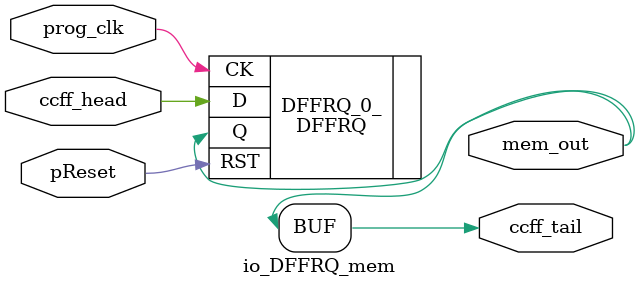
<source format=v>
`timescale 1ns / 1ps

`default_nettype wire

// ----- Verilog module for mux_tree_tapbuf_size12_mem -----
module mux_tree_tapbuf_size12_mem(pReset,
                                  prog_clk,
                                  ccff_head,
                                  ccff_tail,
                                  mem_out);
//----- GLOBAL PORTS -----
input [0:0] pReset;
//----- GLOBAL PORTS -----
input [0:0] prog_clk;
//----- INPUT PORTS -----
input [0:0] ccff_head;
//----- OUTPUT PORTS -----
output [0:0] ccff_tail;
//----- OUTPUT PORTS -----
output [0:3] mem_out;

//----- BEGIN Registered ports -----
//----- END Registered ports -----



// ----- BEGIN Local short connections -----
// ----- END Local short connections -----
// ----- BEGIN Local output short connections -----
	assign ccff_tail[0] = mem_out[3];
// ----- END Local output short connections -----

	DFFRQ DFFRQ_0_ (
		.RST(pReset),
		.CK(prog_clk),
		.D(ccff_head),
		.Q(mem_out[0]));

	DFFRQ DFFRQ_1_ (
		.RST(pReset),
		.CK(prog_clk),
		.D(mem_out[0]),
		.Q(mem_out[1]));

	DFFRQ DFFRQ_2_ (
		.RST(pReset),
		.CK(prog_clk),
		.D(mem_out[1]),
		.Q(mem_out[2]));

	DFFRQ DFFRQ_3_ (
		.RST(pReset),
		.CK(prog_clk),
		.D(mem_out[2]),
		.Q(mem_out[3]));

endmodule
// ----- END Verilog module for mux_tree_tapbuf_size12_mem -----

//----- Default net type -----
`default_nettype none




//----- Default net type -----
`default_nettype wire

// ----- Verilog module for mux_tree_tapbuf_size10_mem -----
module mux_tree_tapbuf_size10_mem(pReset,
                                  prog_clk,
                                  ccff_head,
                                  ccff_tail,
                                  mem_out);
//----- GLOBAL PORTS -----
input [0:0] pReset;
//----- GLOBAL PORTS -----
input [0:0] prog_clk;
//----- INPUT PORTS -----
input [0:0] ccff_head;
//----- OUTPUT PORTS -----
output [0:0] ccff_tail;
//----- OUTPUT PORTS -----
output [0:3] mem_out;

//----- BEGIN Registered ports -----
//----- END Registered ports -----



// ----- BEGIN Local short connections -----
// ----- END Local short connections -----
// ----- BEGIN Local output short connections -----
	assign ccff_tail[0] = mem_out[3];
// ----- END Local output short connections -----

	DFFRQ DFFRQ_0_ (
		.RST(pReset),
		.CK(prog_clk),
		.D(ccff_head),
		.Q(mem_out[0]));

	DFFRQ DFFRQ_1_ (
		.RST(pReset),
		.CK(prog_clk),
		.D(mem_out[0]),
		.Q(mem_out[1]));

	DFFRQ DFFRQ_2_ (
		.RST(pReset),
		.CK(prog_clk),
		.D(mem_out[1]),
		.Q(mem_out[2]));

	DFFRQ DFFRQ_3_ (
		.RST(pReset),
		.CK(prog_clk),
		.D(mem_out[2]),
		.Q(mem_out[3]));

endmodule
// ----- END Verilog module for mux_tree_tapbuf_size10_mem -----

//----- Default net type -----
`default_nettype none




//----- Default net type -----
`default_nettype wire

// ----- Verilog module for mux_tree_tapbuf_size3_mem -----
module mux_tree_tapbuf_size3_mem(pReset,
                                 prog_clk,
                                 ccff_head,
                                 ccff_tail,
                                 mem_out);
//----- GLOBAL PORTS -----
input [0:0] pReset;
//----- GLOBAL PORTS -----
input [0:0] prog_clk;
//----- INPUT PORTS -----
input [0:0] ccff_head;
//----- OUTPUT PORTS -----
output [0:0] ccff_tail;
//----- OUTPUT PORTS -----
output [0:1] mem_out;

//----- BEGIN Registered ports -----
//----- END Registered ports -----



// ----- BEGIN Local short connections -----
// ----- END Local short connections -----
// ----- BEGIN Local output short connections -----
	assign ccff_tail[0] = mem_out[1];
// ----- END Local output short connections -----

	DFFRQ DFFRQ_0_ (
		.RST(pReset),
		.CK(prog_clk),
		.D(ccff_head),
		.Q(mem_out[0]));

	DFFRQ DFFRQ_1_ (
		.RST(pReset),
		.CK(prog_clk),
		.D(mem_out[0]),
		.Q(mem_out[1]));

endmodule
// ----- END Verilog module for mux_tree_tapbuf_size3_mem -----

//----- Default net type -----
`default_nettype none




//----- Default net type -----
`default_nettype wire

// ----- Verilog module for mux_tree_tapbuf_size7_mem -----
module mux_tree_tapbuf_size7_mem(pReset,
                                 prog_clk,
                                 ccff_head,
                                 ccff_tail,
                                 mem_out);
//----- GLOBAL PORTS -----
input [0:0] pReset;
//----- GLOBAL PORTS -----
input [0:0] prog_clk;
//----- INPUT PORTS -----
input [0:0] ccff_head;
//----- OUTPUT PORTS -----
output [0:0] ccff_tail;
//----- OUTPUT PORTS -----
output [0:2] mem_out;

//----- BEGIN Registered ports -----
//----- END Registered ports -----



// ----- BEGIN Local short connections -----
// ----- END Local short connections -----
// ----- BEGIN Local output short connections -----
	assign ccff_tail[0] = mem_out[2];
// ----- END Local output short connections -----

	DFFRQ DFFRQ_0_ (
		.RST(pReset),
		.CK(prog_clk),
		.D(ccff_head),
		.Q(mem_out[0]));

	DFFRQ DFFRQ_1_ (
		.RST(pReset),
		.CK(prog_clk),
		.D(mem_out[0]),
		.Q(mem_out[1]));

	DFFRQ DFFRQ_2_ (
		.RST(pReset),
		.CK(prog_clk),
		.D(mem_out[1]),
		.Q(mem_out[2]));

endmodule
// ----- END Verilog module for mux_tree_tapbuf_size7_mem -----

//----- Default net type -----
`default_nettype none




//----- Default net type -----
`default_nettype wire

// ----- Verilog module for mux_tree_tapbuf_size2_mem -----
module mux_tree_tapbuf_size2_mem(pReset,
                                 prog_clk,
                                 ccff_head,
                                 ccff_tail,
                                 mem_out);
//----- GLOBAL PORTS -----
input [0:0] pReset;
//----- GLOBAL PORTS -----
input [0:0] prog_clk;
//----- INPUT PORTS -----
input [0:0] ccff_head;
//----- OUTPUT PORTS -----
output [0:0] ccff_tail;
//----- OUTPUT PORTS -----
output [0:1] mem_out;

//----- BEGIN Registered ports -----
//----- END Registered ports -----



// ----- BEGIN Local short connections -----
// ----- END Local short connections -----
// ----- BEGIN Local output short connections -----
	assign ccff_tail[0] = mem_out[1];
// ----- END Local output short connections -----

	DFFRQ DFFRQ_0_ (
		.RST(pReset),
		.CK(prog_clk),
		.D(ccff_head),
		.Q(mem_out[0]));

	DFFRQ DFFRQ_1_ (
		.RST(pReset),
		.CK(prog_clk),
		.D(mem_out[0]),
		.Q(mem_out[1]));

endmodule
// ----- END Verilog module for mux_tree_tapbuf_size2_mem -----

//----- Default net type -----
`default_nettype none




//----- Default net type -----
`default_nettype wire

// ----- Verilog module for mux_tree_tapbuf_size5_mem -----
module mux_tree_tapbuf_size5_mem(pReset,
                                 prog_clk,
                                 ccff_head,
                                 ccff_tail,
                                 mem_out);
//----- GLOBAL PORTS -----
input [0:0] pReset;
//----- GLOBAL PORTS -----
input [0:0] prog_clk;
//----- INPUT PORTS -----
input [0:0] ccff_head;
//----- OUTPUT PORTS -----
output [0:0] ccff_tail;
//----- OUTPUT PORTS -----
output [0:2] mem_out;

//----- BEGIN Registered ports -----
//----- END Registered ports -----



// ----- BEGIN Local short connections -----
// ----- END Local short connections -----
// ----- BEGIN Local output short connections -----
	assign ccff_tail[0] = mem_out[2];
// ----- END Local output short connections -----

	DFFRQ DFFRQ_0_ (
		.RST(pReset),
		.CK(prog_clk),
		.D(ccff_head),
		.Q(mem_out[0]));

	DFFRQ DFFRQ_1_ (
		.RST(pReset),
		.CK(prog_clk),
		.D(mem_out[0]),
		.Q(mem_out[1]));

	DFFRQ DFFRQ_2_ (
		.RST(pReset),
		.CK(prog_clk),
		.D(mem_out[1]),
		.Q(mem_out[2]));

endmodule
// ----- END Verilog module for mux_tree_tapbuf_size5_mem -----

//----- Default net type -----
`default_nettype none




//----- Default net type -----
`default_nettype wire

// ----- Verilog module for mux_tree_tapbuf_size6_mem -----
module mux_tree_tapbuf_size6_mem(pReset,
                                 prog_clk,
                                 ccff_head,
                                 ccff_tail,
                                 mem_out);
//----- GLOBAL PORTS -----
input [0:0] pReset;
//----- GLOBAL PORTS -----
input [0:0] prog_clk;
//----- INPUT PORTS -----
input [0:0] ccff_head;
//----- OUTPUT PORTS -----
output [0:0] ccff_tail;
//----- OUTPUT PORTS -----
output [0:2] mem_out;

//----- BEGIN Registered ports -----
//----- END Registered ports -----



// ----- BEGIN Local short connections -----
// ----- END Local short connections -----
// ----- BEGIN Local output short connections -----
	assign ccff_tail[0] = mem_out[2];
// ----- END Local output short connections -----

	DFFRQ DFFRQ_0_ (
		.RST(pReset),
		.CK(prog_clk),
		.D(ccff_head),
		.Q(mem_out[0]));

	DFFRQ DFFRQ_1_ (
		.RST(pReset),
		.CK(prog_clk),
		.D(mem_out[0]),
		.Q(mem_out[1]));

	DFFRQ DFFRQ_2_ (
		.RST(pReset),
		.CK(prog_clk),
		.D(mem_out[1]),
		.Q(mem_out[2]));

endmodule
// ----- END Verilog module for mux_tree_tapbuf_size6_mem -----

//----- Default net type -----
`default_nettype none




//----- Default net type -----
`default_nettype wire

// ----- Verilog module for mux_tree_tapbuf_size4_mem -----
module mux_tree_tapbuf_size4_mem(pReset,
                                 prog_clk,
                                 ccff_head,
                                 ccff_tail,
                                 mem_out);
//----- GLOBAL PORTS -----
input [0:0] pReset;
//----- GLOBAL PORTS -----
input [0:0] prog_clk;
//----- INPUT PORTS -----
input [0:0] ccff_head;
//----- OUTPUT PORTS -----
output [0:0] ccff_tail;
//----- OUTPUT PORTS -----
output [0:2] mem_out;

//----- BEGIN Registered ports -----
//----- END Registered ports -----



// ----- BEGIN Local short connections -----
// ----- END Local short connections -----
// ----- BEGIN Local output short connections -----
	assign ccff_tail[0] = mem_out[2];
// ----- END Local output short connections -----

	DFFRQ DFFRQ_0_ (
		.RST(pReset),
		.CK(prog_clk),
		.D(ccff_head),
		.Q(mem_out[0]));

	DFFRQ DFFRQ_1_ (
		.RST(pReset),
		.CK(prog_clk),
		.D(mem_out[0]),
		.Q(mem_out[1]));

	DFFRQ DFFRQ_2_ (
		.RST(pReset),
		.CK(prog_clk),
		.D(mem_out[1]),
		.Q(mem_out[2]));

endmodule
// ----- END Verilog module for mux_tree_tapbuf_size4_mem -----

//----- Default net type -----
`default_nettype none




//----- Default net type -----
`default_nettype wire

// ----- Verilog module for mux_tree_tapbuf_size11_mem -----
module mux_tree_tapbuf_size11_mem(pReset,
                                  prog_clk,
                                  ccff_head,
                                  ccff_tail,
                                  mem_out);
//----- GLOBAL PORTS -----
input [0:0] pReset;
//----- GLOBAL PORTS -----
input [0:0] prog_clk;
//----- INPUT PORTS -----
input [0:0] ccff_head;
//----- OUTPUT PORTS -----
output [0:0] ccff_tail;
//----- OUTPUT PORTS -----
output [0:3] mem_out;

//----- BEGIN Registered ports -----
//----- END Registered ports -----



// ----- BEGIN Local short connections -----
// ----- END Local short connections -----
// ----- BEGIN Local output short connections -----
	assign ccff_tail[0] = mem_out[3];
// ----- END Local output short connections -----

	DFFRQ DFFRQ_0_ (
		.RST(pReset),
		.CK(prog_clk),
		.D(ccff_head),
		.Q(mem_out[0]));

	DFFRQ DFFRQ_1_ (
		.RST(pReset),
		.CK(prog_clk),
		.D(mem_out[0]),
		.Q(mem_out[1]));

	DFFRQ DFFRQ_2_ (
		.RST(pReset),
		.CK(prog_clk),
		.D(mem_out[1]),
		.Q(mem_out[2]));

	DFFRQ DFFRQ_3_ (
		.RST(pReset),
		.CK(prog_clk),
		.D(mem_out[2]),
		.Q(mem_out[3]));

endmodule
// ----- END Verilog module for mux_tree_tapbuf_size11_mem -----

//----- Default net type -----
`default_nettype none




//----- Default net type -----
`default_nettype wire

// ----- Verilog module for mux_tree_tapbuf_size9_mem -----
module mux_tree_tapbuf_size9_mem(pReset,
                                 prog_clk,
                                 ccff_head,
                                 ccff_tail,
                                 mem_out);
//----- GLOBAL PORTS -----
input [0:0] pReset;
//----- GLOBAL PORTS -----
input [0:0] prog_clk;
//----- INPUT PORTS -----
input [0:0] ccff_head;
//----- OUTPUT PORTS -----
output [0:0] ccff_tail;
//----- OUTPUT PORTS -----
output [0:3] mem_out;

//----- BEGIN Registered ports -----
//----- END Registered ports -----



// ----- BEGIN Local short connections -----
// ----- END Local short connections -----
// ----- BEGIN Local output short connections -----
	assign ccff_tail[0] = mem_out[3];
// ----- END Local output short connections -----

	DFFRQ DFFRQ_0_ (
		.RST(pReset),
		.CK(prog_clk),
		.D(ccff_head),
		.Q(mem_out[0]));

	DFFRQ DFFRQ_1_ (
		.RST(pReset),
		.CK(prog_clk),
		.D(mem_out[0]),
		.Q(mem_out[1]));

	DFFRQ DFFRQ_2_ (
		.RST(pReset),
		.CK(prog_clk),
		.D(mem_out[1]),
		.Q(mem_out[2]));

	DFFRQ DFFRQ_3_ (
		.RST(pReset),
		.CK(prog_clk),
		.D(mem_out[2]),
		.Q(mem_out[3]));

endmodule
// ----- END Verilog module for mux_tree_tapbuf_size9_mem -----

//----- Default net type -----
`default_nettype none




//----- Default net type -----
`default_nettype wire

// ----- Verilog module for mux_tree_tapbuf_size8_mem -----
module mux_tree_tapbuf_size8_mem(pReset,
                                 prog_clk,
                                 ccff_head,
                                 ccff_tail,
                                 mem_out);
//----- GLOBAL PORTS -----
input [0:0] pReset;
//----- GLOBAL PORTS -----
input [0:0] prog_clk;
//----- INPUT PORTS -----
input [0:0] ccff_head;
//----- OUTPUT PORTS -----
output [0:0] ccff_tail;
//----- OUTPUT PORTS -----
output [0:3] mem_out;

//----- BEGIN Registered ports -----
//----- END Registered ports -----



// ----- BEGIN Local short connections -----
// ----- END Local short connections -----
// ----- BEGIN Local output short connections -----
	assign ccff_tail[0] = mem_out[3];
// ----- END Local output short connections -----

	DFFRQ DFFRQ_0_ (
		.RST(pReset),
		.CK(prog_clk),
		.D(ccff_head),
		.Q(mem_out[0]));

	DFFRQ DFFRQ_1_ (
		.RST(pReset),
		.CK(prog_clk),
		.D(mem_out[0]),
		.Q(mem_out[1]));

	DFFRQ DFFRQ_2_ (
		.RST(pReset),
		.CK(prog_clk),
		.D(mem_out[1]),
		.Q(mem_out[2]));

	DFFRQ DFFRQ_3_ (
		.RST(pReset),
		.CK(prog_clk),
		.D(mem_out[2]),
		.Q(mem_out[3]));

endmodule
// ----- END Verilog module for mux_tree_tapbuf_size8_mem -----

//----- Default net type -----
`default_nettype none




//----- Default net type -----
`default_nettype wire

// ----- Verilog module for mux_tree_size2_mem -----
module mux_tree_size2_mem(pReset,
                          prog_clk,
                          ccff_head,
                          ccff_tail,
                          mem_out);
//----- GLOBAL PORTS -----
input [0:0] pReset;
//----- GLOBAL PORTS -----
input [0:0] prog_clk;
//----- INPUT PORTS -----
input [0:0] ccff_head;
//----- OUTPUT PORTS -----
output [0:0] ccff_tail;
//----- OUTPUT PORTS -----
output [0:1] mem_out;

//----- BEGIN Registered ports -----
//----- END Registered ports -----



// ----- BEGIN Local short connections -----
// ----- END Local short connections -----
// ----- BEGIN Local output short connections -----
	assign ccff_tail[0] = mem_out[1];
// ----- END Local output short connections -----

	DFFRQ DFFRQ_0_ (
		.RST(pReset),
		.CK(prog_clk),
		.D(ccff_head),
		.Q(mem_out[0]));

	DFFRQ DFFRQ_1_ (
		.RST(pReset),
		.CK(prog_clk),
		.D(mem_out[0]),
		.Q(mem_out[1]));

endmodule
// ----- END Verilog module for mux_tree_size2_mem -----

//----- Default net type -----
`default_nettype none




//----- Default net type -----
`default_nettype wire

// ----- Verilog module for frac_lut4_DFFRQ_mem -----
module frac_lut4_DFFRQ_mem(pReset,
                           prog_clk,
                           ccff_head,
                           ccff_tail,
                           mem_out);
//----- GLOBAL PORTS -----
input [0:0] pReset;
//----- GLOBAL PORTS -----
input [0:0] prog_clk;
//----- INPUT PORTS -----
input [0:0] ccff_head;
//----- OUTPUT PORTS -----
output [0:0] ccff_tail;
//----- OUTPUT PORTS -----
output [0:16] mem_out;

//----- BEGIN Registered ports -----
//----- END Registered ports -----



// ----- BEGIN Local short connections -----
// ----- END Local short connections -----
// ----- BEGIN Local output short connections -----
	assign ccff_tail[0] = mem_out[16];
// ----- END Local output short connections -----

	DFFRQ DFFRQ_0_ (
		.RST(pReset),
		.CK(prog_clk),
		.D(ccff_head),
		.Q(mem_out[0]));

	DFFRQ DFFRQ_1_ (
		.RST(pReset),
		.CK(prog_clk),
		.D(mem_out[0]),
		.Q(mem_out[1]));

	DFFRQ DFFRQ_2_ (
		.RST(pReset),
		.CK(prog_clk),
		.D(mem_out[1]),
		.Q(mem_out[2]));

	DFFRQ DFFRQ_3_ (
		.RST(pReset),
		.CK(prog_clk),
		.D(mem_out[2]),
		.Q(mem_out[3]));

	DFFRQ DFFRQ_4_ (
		.RST(pReset),
		.CK(prog_clk),
		.D(mem_out[3]),
		.Q(mem_out[4]));

	DFFRQ DFFRQ_5_ (
		.RST(pReset),
		.CK(prog_clk),
		.D(mem_out[4]),
		.Q(mem_out[5]));

	DFFRQ DFFRQ_6_ (
		.RST(pReset),
		.CK(prog_clk),
		.D(mem_out[5]),
		.Q(mem_out[6]));

	DFFRQ DFFRQ_7_ (
		.RST(pReset),
		.CK(prog_clk),
		.D(mem_out[6]),
		.Q(mem_out[7]));

	DFFRQ DFFRQ_8_ (
		.RST(pReset),
		.CK(prog_clk),
		.D(mem_out[7]),
		.Q(mem_out[8]));

	DFFRQ DFFRQ_9_ (
		.RST(pReset),
		.CK(prog_clk),
		.D(mem_out[8]),
		.Q(mem_out[9]));

	DFFRQ DFFRQ_10_ (
		.RST(pReset),
		.CK(prog_clk),
		.D(mem_out[9]),
		.Q(mem_out[10]));

	DFFRQ DFFRQ_11_ (
		.RST(pReset),
		.CK(prog_clk),
		.D(mem_out[10]),
		.Q(mem_out[11]));

	DFFRQ DFFRQ_12_ (
		.RST(pReset),
		.CK(prog_clk),
		.D(mem_out[11]),
		.Q(mem_out[12]));

	DFFRQ DFFRQ_13_ (
		.RST(pReset),
		.CK(prog_clk),
		.D(mem_out[12]),
		.Q(mem_out[13]));

	DFFRQ DFFRQ_14_ (
		.RST(pReset),
		.CK(prog_clk),
		.D(mem_out[13]),
		.Q(mem_out[14]));

	DFFRQ DFFRQ_15_ (
		.RST(pReset),
		.CK(prog_clk),
		.D(mem_out[14]),
		.Q(mem_out[15]));

	DFFRQ DFFRQ_16_ (
		.RST(pReset),
		.CK(prog_clk),
		.D(mem_out[15]),
		.Q(mem_out[16]));

endmodule
// ----- END Verilog module for frac_lut4_DFFRQ_mem -----

//----- Default net type -----
`default_nettype none




//----- Default net type -----
`default_nettype wire

// ----- Verilog module for io_DFFRQ_mem -----
module io_DFFRQ_mem(pReset,
                    prog_clk,
                    ccff_head,
                    ccff_tail,
                    mem_out);
//----- GLOBAL PORTS -----
input [0:0] pReset;
//----- GLOBAL PORTS -----
input [0:0] prog_clk;
//----- INPUT PORTS -----
input [0:0] ccff_head;
//----- OUTPUT PORTS -----
output [0:0] ccff_tail;
//----- OUTPUT PORTS -----
output [0:0] mem_out;

//----- BEGIN Registered ports -----
//----- END Registered ports -----



// ----- BEGIN Local short connections -----
// ----- END Local short connections -----
// ----- BEGIN Local output short connections -----
	assign ccff_tail[0] = mem_out[0];
// ----- END Local output short connections -----

	DFFRQ DFFRQ_0_ (
		.RST(pReset),
		.CK(prog_clk),
		.D(ccff_head),
		.Q(mem_out));

endmodule
// ----- END Verilog module for io_DFFRQ_mem -----

//----- Default net type -----
`default_nettype none





</source>
